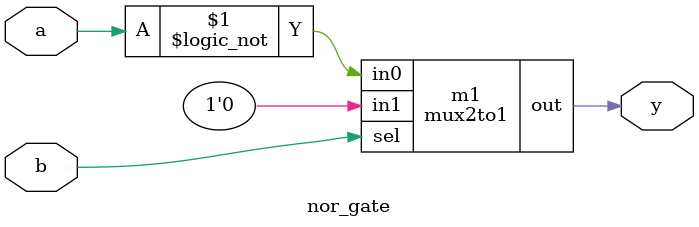
<source format=v>
module mux2to1 (
    input  sel,
    input  in0,
    input  in1,
    output out
);
    assign out = sel ? in1 : in0;
endmodule

module nor_gate(input a,
                input b,
                output wire y);
  
  mux2to1 m1 (.sel(b), .in0(!a), .in1(0), .out(y));
  
endmodule

</source>
